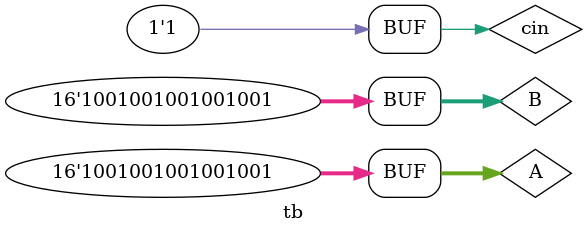
<source format=v>
module tb();
reg [15:0]A;
reg [15:0]B;
reg cin;
wire [15:0]sum;
wire cout;

Select_Carry_Adder sC (A,B,cin,cout,sum); 
initial begin
$monitor("Time=%g",$time,"A=%b,B=%b,Cin=%b : Sum= %b,Cout=%b",A,B,cin,sum,cout);
#1 A= 16'b0000000000011111; B=16'b000000000001100; cin=1'b0;
#1 A= 16'b1100011000011111; B=16'b000000110001100; cin=1'b1;
#1 A= 16'b1111111111111111; B=16'b000000000000000; cin=1'b1;
#1 A= 16'b1001001001001001; B=16'b1001001001001001; cin=1'b1;
end
endmodule

</source>
